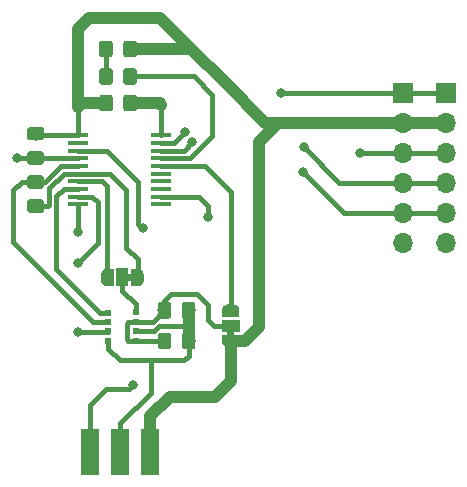
<source format=gtl>
G04 #@! TF.GenerationSoftware,KiCad,Pcbnew,(5.1.4)-1*
G04 #@! TF.CreationDate,2019-11-25T22:35:38+01:00*
G04 #@! TF.ProjectId,BME680,424d4536-3830-42e6-9b69-6361645f7063,A*
G04 #@! TF.SameCoordinates,Original*
G04 #@! TF.FileFunction,Copper,L1,Top*
G04 #@! TF.FilePolarity,Positive*
%FSLAX46Y46*%
G04 Gerber Fmt 4.6, Leading zero omitted, Abs format (unit mm)*
G04 Created by KiCad (PCBNEW (5.1.4)-1) date 2019-11-25 22:35:38*
%MOMM*%
%LPD*%
G04 APERTURE LIST*
%ADD10C,0.100000*%
%ADD11O,1.700000X1.700000*%
%ADD12R,1.700000X1.700000*%
%ADD13C,1.150000*%
%ADD14C,0.500000*%
%ADD15R,1.000000X1.500000*%
%ADD16R,1.524000X4.000000*%
%ADD17R,1.800000X0.450000*%
%ADD18R,1.500000X1.000000*%
%ADD19R,0.500000X0.500000*%
%ADD20C,0.800000*%
%ADD21C,0.400000*%
%ADD22C,1.000000*%
G04 APERTURE END LIST*
D10*
G36*
X123590000Y-124708000D02*
G01*
X123090000Y-124708000D01*
X123090000Y-124108000D01*
X123590000Y-124108000D01*
X123590000Y-124708000D01*
G37*
G36*
X131550000Y-129390400D02*
G01*
X131550000Y-128890400D01*
X132150000Y-128890400D01*
X132150000Y-129390400D01*
X131550000Y-129390400D01*
G37*
D11*
X146480000Y-121488000D03*
X146480000Y-118948000D03*
X146480000Y-116408000D03*
X146480000Y-113868000D03*
X146480000Y-111328000D03*
D12*
X146480000Y-108788000D03*
D11*
X150100000Y-121469600D03*
X150100000Y-118929600D03*
X150100000Y-116389600D03*
X150100000Y-113849600D03*
X150100000Y-111309600D03*
D12*
X150100000Y-108769600D03*
D10*
G36*
X115814505Y-117794204D02*
G01*
X115838773Y-117797804D01*
X115862572Y-117803765D01*
X115885671Y-117812030D01*
X115907850Y-117822520D01*
X115928893Y-117835132D01*
X115948599Y-117849747D01*
X115966777Y-117866223D01*
X115983253Y-117884401D01*
X115997868Y-117904107D01*
X116010480Y-117925150D01*
X116020970Y-117947329D01*
X116029235Y-117970428D01*
X116035196Y-117994227D01*
X116038796Y-118018495D01*
X116040000Y-118042999D01*
X116040000Y-118693001D01*
X116038796Y-118717505D01*
X116035196Y-118741773D01*
X116029235Y-118765572D01*
X116020970Y-118788671D01*
X116010480Y-118810850D01*
X115997868Y-118831893D01*
X115983253Y-118851599D01*
X115966777Y-118869777D01*
X115948599Y-118886253D01*
X115928893Y-118900868D01*
X115907850Y-118913480D01*
X115885671Y-118923970D01*
X115862572Y-118932235D01*
X115838773Y-118938196D01*
X115814505Y-118941796D01*
X115790001Y-118943000D01*
X114889999Y-118943000D01*
X114865495Y-118941796D01*
X114841227Y-118938196D01*
X114817428Y-118932235D01*
X114794329Y-118923970D01*
X114772150Y-118913480D01*
X114751107Y-118900868D01*
X114731401Y-118886253D01*
X114713223Y-118869777D01*
X114696747Y-118851599D01*
X114682132Y-118831893D01*
X114669520Y-118810850D01*
X114659030Y-118788671D01*
X114650765Y-118765572D01*
X114644804Y-118741773D01*
X114641204Y-118717505D01*
X114640000Y-118693001D01*
X114640000Y-118042999D01*
X114641204Y-118018495D01*
X114644804Y-117994227D01*
X114650765Y-117970428D01*
X114659030Y-117947329D01*
X114669520Y-117925150D01*
X114682132Y-117904107D01*
X114696747Y-117884401D01*
X114713223Y-117866223D01*
X114731401Y-117849747D01*
X114751107Y-117835132D01*
X114772150Y-117822520D01*
X114794329Y-117812030D01*
X114817428Y-117803765D01*
X114841227Y-117797804D01*
X114865495Y-117794204D01*
X114889999Y-117793000D01*
X115790001Y-117793000D01*
X115814505Y-117794204D01*
X115814505Y-117794204D01*
G37*
D13*
X115340000Y-118368000D03*
D10*
G36*
X115814505Y-115744204D02*
G01*
X115838773Y-115747804D01*
X115862572Y-115753765D01*
X115885671Y-115762030D01*
X115907850Y-115772520D01*
X115928893Y-115785132D01*
X115948599Y-115799747D01*
X115966777Y-115816223D01*
X115983253Y-115834401D01*
X115997868Y-115854107D01*
X116010480Y-115875150D01*
X116020970Y-115897329D01*
X116029235Y-115920428D01*
X116035196Y-115944227D01*
X116038796Y-115968495D01*
X116040000Y-115992999D01*
X116040000Y-116643001D01*
X116038796Y-116667505D01*
X116035196Y-116691773D01*
X116029235Y-116715572D01*
X116020970Y-116738671D01*
X116010480Y-116760850D01*
X115997868Y-116781893D01*
X115983253Y-116801599D01*
X115966777Y-116819777D01*
X115948599Y-116836253D01*
X115928893Y-116850868D01*
X115907850Y-116863480D01*
X115885671Y-116873970D01*
X115862572Y-116882235D01*
X115838773Y-116888196D01*
X115814505Y-116891796D01*
X115790001Y-116893000D01*
X114889999Y-116893000D01*
X114865495Y-116891796D01*
X114841227Y-116888196D01*
X114817428Y-116882235D01*
X114794329Y-116873970D01*
X114772150Y-116863480D01*
X114751107Y-116850868D01*
X114731401Y-116836253D01*
X114713223Y-116819777D01*
X114696747Y-116801599D01*
X114682132Y-116781893D01*
X114669520Y-116760850D01*
X114659030Y-116738671D01*
X114650765Y-116715572D01*
X114644804Y-116691773D01*
X114641204Y-116667505D01*
X114640000Y-116643001D01*
X114640000Y-115992999D01*
X114641204Y-115968495D01*
X114644804Y-115944227D01*
X114650765Y-115920428D01*
X114659030Y-115897329D01*
X114669520Y-115875150D01*
X114682132Y-115854107D01*
X114696747Y-115834401D01*
X114713223Y-115816223D01*
X114731401Y-115799747D01*
X114751107Y-115785132D01*
X114772150Y-115772520D01*
X114794329Y-115762030D01*
X114817428Y-115753765D01*
X114841227Y-115747804D01*
X114865495Y-115744204D01*
X114889999Y-115743000D01*
X115790001Y-115743000D01*
X115814505Y-115744204D01*
X115814505Y-115744204D01*
G37*
D13*
X115340000Y-116318000D03*
D14*
X123990000Y-124408000D03*
D10*
G36*
X123440000Y-123658000D02*
G01*
X123990000Y-123658000D01*
X123990000Y-123658602D01*
X124014534Y-123658602D01*
X124063365Y-123663412D01*
X124111490Y-123672984D01*
X124158445Y-123687228D01*
X124203778Y-123706005D01*
X124247051Y-123729136D01*
X124287850Y-123756396D01*
X124325779Y-123787524D01*
X124360476Y-123822221D01*
X124391604Y-123860150D01*
X124418864Y-123900949D01*
X124441995Y-123944222D01*
X124460772Y-123989555D01*
X124475016Y-124036510D01*
X124484588Y-124084635D01*
X124489398Y-124133466D01*
X124489398Y-124158000D01*
X124490000Y-124158000D01*
X124490000Y-124658000D01*
X124489398Y-124658000D01*
X124489398Y-124682534D01*
X124484588Y-124731365D01*
X124475016Y-124779490D01*
X124460772Y-124826445D01*
X124441995Y-124871778D01*
X124418864Y-124915051D01*
X124391604Y-124955850D01*
X124360476Y-124993779D01*
X124325779Y-125028476D01*
X124287850Y-125059604D01*
X124247051Y-125086864D01*
X124203778Y-125109995D01*
X124158445Y-125128772D01*
X124111490Y-125143016D01*
X124063365Y-125152588D01*
X124014534Y-125157398D01*
X123990000Y-125157398D01*
X123990000Y-125158000D01*
X123440000Y-125158000D01*
X123440000Y-123658000D01*
X123440000Y-123658000D01*
G37*
D15*
X122690000Y-124408000D03*
D14*
X121390000Y-124408000D03*
D10*
G36*
X121390000Y-125157398D02*
G01*
X121365466Y-125157398D01*
X121316635Y-125152588D01*
X121268510Y-125143016D01*
X121221555Y-125128772D01*
X121176222Y-125109995D01*
X121132949Y-125086864D01*
X121092150Y-125059604D01*
X121054221Y-125028476D01*
X121019524Y-124993779D01*
X120988396Y-124955850D01*
X120961136Y-124915051D01*
X120938005Y-124871778D01*
X120919228Y-124826445D01*
X120904984Y-124779490D01*
X120895412Y-124731365D01*
X120890602Y-124682534D01*
X120890602Y-124658000D01*
X120890000Y-124658000D01*
X120890000Y-124158000D01*
X120890602Y-124158000D01*
X120890602Y-124133466D01*
X120895412Y-124084635D01*
X120904984Y-124036510D01*
X120919228Y-123989555D01*
X120938005Y-123944222D01*
X120961136Y-123900949D01*
X120988396Y-123860150D01*
X121019524Y-123822221D01*
X121054221Y-123787524D01*
X121092150Y-123756396D01*
X121132949Y-123729136D01*
X121176222Y-123706005D01*
X121221555Y-123687228D01*
X121268510Y-123672984D01*
X121316635Y-123663412D01*
X121365466Y-123658602D01*
X121390000Y-123658602D01*
X121390000Y-123658000D01*
X121940000Y-123658000D01*
X121940000Y-125158000D01*
X121390000Y-125158000D01*
X121390000Y-125157398D01*
X121390000Y-125157398D01*
G37*
G36*
X123694505Y-104359204D02*
G01*
X123718773Y-104362804D01*
X123742572Y-104368765D01*
X123765671Y-104377030D01*
X123787850Y-104387520D01*
X123808893Y-104400132D01*
X123828599Y-104414747D01*
X123846777Y-104431223D01*
X123863253Y-104449401D01*
X123877868Y-104469107D01*
X123890480Y-104490150D01*
X123900970Y-104512329D01*
X123909235Y-104535428D01*
X123915196Y-104559227D01*
X123918796Y-104583495D01*
X123920000Y-104607999D01*
X123920000Y-105508001D01*
X123918796Y-105532505D01*
X123915196Y-105556773D01*
X123909235Y-105580572D01*
X123900970Y-105603671D01*
X123890480Y-105625850D01*
X123877868Y-105646893D01*
X123863253Y-105666599D01*
X123846777Y-105684777D01*
X123828599Y-105701253D01*
X123808893Y-105715868D01*
X123787850Y-105728480D01*
X123765671Y-105738970D01*
X123742572Y-105747235D01*
X123718773Y-105753196D01*
X123694505Y-105756796D01*
X123670001Y-105758000D01*
X123019999Y-105758000D01*
X122995495Y-105756796D01*
X122971227Y-105753196D01*
X122947428Y-105747235D01*
X122924329Y-105738970D01*
X122902150Y-105728480D01*
X122881107Y-105715868D01*
X122861401Y-105701253D01*
X122843223Y-105684777D01*
X122826747Y-105666599D01*
X122812132Y-105646893D01*
X122799520Y-105625850D01*
X122789030Y-105603671D01*
X122780765Y-105580572D01*
X122774804Y-105556773D01*
X122771204Y-105532505D01*
X122770000Y-105508001D01*
X122770000Y-104607999D01*
X122771204Y-104583495D01*
X122774804Y-104559227D01*
X122780765Y-104535428D01*
X122789030Y-104512329D01*
X122799520Y-104490150D01*
X122812132Y-104469107D01*
X122826747Y-104449401D01*
X122843223Y-104431223D01*
X122861401Y-104414747D01*
X122881107Y-104400132D01*
X122902150Y-104387520D01*
X122924329Y-104377030D01*
X122947428Y-104368765D01*
X122971227Y-104362804D01*
X122995495Y-104359204D01*
X123019999Y-104358000D01*
X123670001Y-104358000D01*
X123694505Y-104359204D01*
X123694505Y-104359204D01*
G37*
D13*
X123345000Y-105058000D03*
D10*
G36*
X121644505Y-104359204D02*
G01*
X121668773Y-104362804D01*
X121692572Y-104368765D01*
X121715671Y-104377030D01*
X121737850Y-104387520D01*
X121758893Y-104400132D01*
X121778599Y-104414747D01*
X121796777Y-104431223D01*
X121813253Y-104449401D01*
X121827868Y-104469107D01*
X121840480Y-104490150D01*
X121850970Y-104512329D01*
X121859235Y-104535428D01*
X121865196Y-104559227D01*
X121868796Y-104583495D01*
X121870000Y-104607999D01*
X121870000Y-105508001D01*
X121868796Y-105532505D01*
X121865196Y-105556773D01*
X121859235Y-105580572D01*
X121850970Y-105603671D01*
X121840480Y-105625850D01*
X121827868Y-105646893D01*
X121813253Y-105666599D01*
X121796777Y-105684777D01*
X121778599Y-105701253D01*
X121758893Y-105715868D01*
X121737850Y-105728480D01*
X121715671Y-105738970D01*
X121692572Y-105747235D01*
X121668773Y-105753196D01*
X121644505Y-105756796D01*
X121620001Y-105758000D01*
X120969999Y-105758000D01*
X120945495Y-105756796D01*
X120921227Y-105753196D01*
X120897428Y-105747235D01*
X120874329Y-105738970D01*
X120852150Y-105728480D01*
X120831107Y-105715868D01*
X120811401Y-105701253D01*
X120793223Y-105684777D01*
X120776747Y-105666599D01*
X120762132Y-105646893D01*
X120749520Y-105625850D01*
X120739030Y-105603671D01*
X120730765Y-105580572D01*
X120724804Y-105556773D01*
X120721204Y-105532505D01*
X120720000Y-105508001D01*
X120720000Y-104607999D01*
X120721204Y-104583495D01*
X120724804Y-104559227D01*
X120730765Y-104535428D01*
X120739030Y-104512329D01*
X120749520Y-104490150D01*
X120762132Y-104469107D01*
X120776747Y-104449401D01*
X120793223Y-104431223D01*
X120811401Y-104414747D01*
X120831107Y-104400132D01*
X120852150Y-104387520D01*
X120874329Y-104377030D01*
X120897428Y-104368765D01*
X120921227Y-104362804D01*
X120945495Y-104359204D01*
X120969999Y-104358000D01*
X121620001Y-104358000D01*
X121644505Y-104359204D01*
X121644505Y-104359204D01*
G37*
D13*
X121295000Y-105058000D03*
D16*
X119960000Y-139168000D03*
X122500000Y-139168000D03*
X125040000Y-139168000D03*
D10*
G36*
X121649505Y-108936804D02*
G01*
X121673773Y-108940404D01*
X121697572Y-108946365D01*
X121720671Y-108954630D01*
X121742850Y-108965120D01*
X121763893Y-108977732D01*
X121783599Y-108992347D01*
X121801777Y-109008823D01*
X121818253Y-109027001D01*
X121832868Y-109046707D01*
X121845480Y-109067750D01*
X121855970Y-109089929D01*
X121864235Y-109113028D01*
X121870196Y-109136827D01*
X121873796Y-109161095D01*
X121875000Y-109185599D01*
X121875000Y-110085601D01*
X121873796Y-110110105D01*
X121870196Y-110134373D01*
X121864235Y-110158172D01*
X121855970Y-110181271D01*
X121845480Y-110203450D01*
X121832868Y-110224493D01*
X121818253Y-110244199D01*
X121801777Y-110262377D01*
X121783599Y-110278853D01*
X121763893Y-110293468D01*
X121742850Y-110306080D01*
X121720671Y-110316570D01*
X121697572Y-110324835D01*
X121673773Y-110330796D01*
X121649505Y-110334396D01*
X121625001Y-110335600D01*
X120974999Y-110335600D01*
X120950495Y-110334396D01*
X120926227Y-110330796D01*
X120902428Y-110324835D01*
X120879329Y-110316570D01*
X120857150Y-110306080D01*
X120836107Y-110293468D01*
X120816401Y-110278853D01*
X120798223Y-110262377D01*
X120781747Y-110244199D01*
X120767132Y-110224493D01*
X120754520Y-110203450D01*
X120744030Y-110181271D01*
X120735765Y-110158172D01*
X120729804Y-110134373D01*
X120726204Y-110110105D01*
X120725000Y-110085601D01*
X120725000Y-109185599D01*
X120726204Y-109161095D01*
X120729804Y-109136827D01*
X120735765Y-109113028D01*
X120744030Y-109089929D01*
X120754520Y-109067750D01*
X120767132Y-109046707D01*
X120781747Y-109027001D01*
X120798223Y-109008823D01*
X120816401Y-108992347D01*
X120836107Y-108977732D01*
X120857150Y-108965120D01*
X120879329Y-108954630D01*
X120902428Y-108946365D01*
X120926227Y-108940404D01*
X120950495Y-108936804D01*
X120974999Y-108935600D01*
X121625001Y-108935600D01*
X121649505Y-108936804D01*
X121649505Y-108936804D01*
G37*
D13*
X121300000Y-109635600D03*
D10*
G36*
X123699505Y-108936804D02*
G01*
X123723773Y-108940404D01*
X123747572Y-108946365D01*
X123770671Y-108954630D01*
X123792850Y-108965120D01*
X123813893Y-108977732D01*
X123833599Y-108992347D01*
X123851777Y-109008823D01*
X123868253Y-109027001D01*
X123882868Y-109046707D01*
X123895480Y-109067750D01*
X123905970Y-109089929D01*
X123914235Y-109113028D01*
X123920196Y-109136827D01*
X123923796Y-109161095D01*
X123925000Y-109185599D01*
X123925000Y-110085601D01*
X123923796Y-110110105D01*
X123920196Y-110134373D01*
X123914235Y-110158172D01*
X123905970Y-110181271D01*
X123895480Y-110203450D01*
X123882868Y-110224493D01*
X123868253Y-110244199D01*
X123851777Y-110262377D01*
X123833599Y-110278853D01*
X123813893Y-110293468D01*
X123792850Y-110306080D01*
X123770671Y-110316570D01*
X123747572Y-110324835D01*
X123723773Y-110330796D01*
X123699505Y-110334396D01*
X123675001Y-110335600D01*
X123024999Y-110335600D01*
X123000495Y-110334396D01*
X122976227Y-110330796D01*
X122952428Y-110324835D01*
X122929329Y-110316570D01*
X122907150Y-110306080D01*
X122886107Y-110293468D01*
X122866401Y-110278853D01*
X122848223Y-110262377D01*
X122831747Y-110244199D01*
X122817132Y-110224493D01*
X122804520Y-110203450D01*
X122794030Y-110181271D01*
X122785765Y-110158172D01*
X122779804Y-110134373D01*
X122776204Y-110110105D01*
X122775000Y-110085601D01*
X122775000Y-109185599D01*
X122776204Y-109161095D01*
X122779804Y-109136827D01*
X122785765Y-109113028D01*
X122794030Y-109089929D01*
X122804520Y-109067750D01*
X122817132Y-109046707D01*
X122831747Y-109027001D01*
X122848223Y-109008823D01*
X122866401Y-108992347D01*
X122886107Y-108977732D01*
X122907150Y-108965120D01*
X122929329Y-108954630D01*
X122952428Y-108946365D01*
X122976227Y-108940404D01*
X123000495Y-108936804D01*
X123024999Y-108935600D01*
X123675001Y-108935600D01*
X123699505Y-108936804D01*
X123699505Y-108936804D01*
G37*
D13*
X123350000Y-109635600D03*
D10*
G36*
X126599505Y-129091604D02*
G01*
X126623773Y-129095204D01*
X126647572Y-129101165D01*
X126670671Y-129109430D01*
X126692850Y-129119920D01*
X126713893Y-129132532D01*
X126733599Y-129147147D01*
X126751777Y-129163623D01*
X126768253Y-129181801D01*
X126782868Y-129201507D01*
X126795480Y-129222550D01*
X126805970Y-129244729D01*
X126814235Y-129267828D01*
X126820196Y-129291627D01*
X126823796Y-129315895D01*
X126825000Y-129340399D01*
X126825000Y-130240401D01*
X126823796Y-130264905D01*
X126820196Y-130289173D01*
X126814235Y-130312972D01*
X126805970Y-130336071D01*
X126795480Y-130358250D01*
X126782868Y-130379293D01*
X126768253Y-130398999D01*
X126751777Y-130417177D01*
X126733599Y-130433653D01*
X126713893Y-130448268D01*
X126692850Y-130460880D01*
X126670671Y-130471370D01*
X126647572Y-130479635D01*
X126623773Y-130485596D01*
X126599505Y-130489196D01*
X126575001Y-130490400D01*
X125924999Y-130490400D01*
X125900495Y-130489196D01*
X125876227Y-130485596D01*
X125852428Y-130479635D01*
X125829329Y-130471370D01*
X125807150Y-130460880D01*
X125786107Y-130448268D01*
X125766401Y-130433653D01*
X125748223Y-130417177D01*
X125731747Y-130398999D01*
X125717132Y-130379293D01*
X125704520Y-130358250D01*
X125694030Y-130336071D01*
X125685765Y-130312972D01*
X125679804Y-130289173D01*
X125676204Y-130264905D01*
X125675000Y-130240401D01*
X125675000Y-129340399D01*
X125676204Y-129315895D01*
X125679804Y-129291627D01*
X125685765Y-129267828D01*
X125694030Y-129244729D01*
X125704520Y-129222550D01*
X125717132Y-129201507D01*
X125731747Y-129181801D01*
X125748223Y-129163623D01*
X125766401Y-129147147D01*
X125786107Y-129132532D01*
X125807150Y-129119920D01*
X125829329Y-129109430D01*
X125852428Y-129101165D01*
X125876227Y-129095204D01*
X125900495Y-129091604D01*
X125924999Y-129090400D01*
X126575001Y-129090400D01*
X126599505Y-129091604D01*
X126599505Y-129091604D01*
G37*
D13*
X126250000Y-129790400D03*
D10*
G36*
X128649505Y-129091604D02*
G01*
X128673773Y-129095204D01*
X128697572Y-129101165D01*
X128720671Y-129109430D01*
X128742850Y-129119920D01*
X128763893Y-129132532D01*
X128783599Y-129147147D01*
X128801777Y-129163623D01*
X128818253Y-129181801D01*
X128832868Y-129201507D01*
X128845480Y-129222550D01*
X128855970Y-129244729D01*
X128864235Y-129267828D01*
X128870196Y-129291627D01*
X128873796Y-129315895D01*
X128875000Y-129340399D01*
X128875000Y-130240401D01*
X128873796Y-130264905D01*
X128870196Y-130289173D01*
X128864235Y-130312972D01*
X128855970Y-130336071D01*
X128845480Y-130358250D01*
X128832868Y-130379293D01*
X128818253Y-130398999D01*
X128801777Y-130417177D01*
X128783599Y-130433653D01*
X128763893Y-130448268D01*
X128742850Y-130460880D01*
X128720671Y-130471370D01*
X128697572Y-130479635D01*
X128673773Y-130485596D01*
X128649505Y-130489196D01*
X128625001Y-130490400D01*
X127974999Y-130490400D01*
X127950495Y-130489196D01*
X127926227Y-130485596D01*
X127902428Y-130479635D01*
X127879329Y-130471370D01*
X127857150Y-130460880D01*
X127836107Y-130448268D01*
X127816401Y-130433653D01*
X127798223Y-130417177D01*
X127781747Y-130398999D01*
X127767132Y-130379293D01*
X127754520Y-130358250D01*
X127744030Y-130336071D01*
X127735765Y-130312972D01*
X127729804Y-130289173D01*
X127726204Y-130264905D01*
X127725000Y-130240401D01*
X127725000Y-129340399D01*
X127726204Y-129315895D01*
X127729804Y-129291627D01*
X127735765Y-129267828D01*
X127744030Y-129244729D01*
X127754520Y-129222550D01*
X127767132Y-129201507D01*
X127781747Y-129181801D01*
X127798223Y-129163623D01*
X127816401Y-129147147D01*
X127836107Y-129132532D01*
X127857150Y-129119920D01*
X127879329Y-129109430D01*
X127902428Y-129101165D01*
X127926227Y-129095204D01*
X127950495Y-129091604D01*
X127974999Y-129090400D01*
X128625001Y-129090400D01*
X128649505Y-129091604D01*
X128649505Y-129091604D01*
G37*
D13*
X128300000Y-129790400D03*
D10*
G36*
X128649505Y-126493604D02*
G01*
X128673773Y-126497204D01*
X128697572Y-126503165D01*
X128720671Y-126511430D01*
X128742850Y-126521920D01*
X128763893Y-126534532D01*
X128783599Y-126549147D01*
X128801777Y-126565623D01*
X128818253Y-126583801D01*
X128832868Y-126603507D01*
X128845480Y-126624550D01*
X128855970Y-126646729D01*
X128864235Y-126669828D01*
X128870196Y-126693627D01*
X128873796Y-126717895D01*
X128875000Y-126742399D01*
X128875000Y-127642401D01*
X128873796Y-127666905D01*
X128870196Y-127691173D01*
X128864235Y-127714972D01*
X128855970Y-127738071D01*
X128845480Y-127760250D01*
X128832868Y-127781293D01*
X128818253Y-127800999D01*
X128801777Y-127819177D01*
X128783599Y-127835653D01*
X128763893Y-127850268D01*
X128742850Y-127862880D01*
X128720671Y-127873370D01*
X128697572Y-127881635D01*
X128673773Y-127887596D01*
X128649505Y-127891196D01*
X128625001Y-127892400D01*
X127974999Y-127892400D01*
X127950495Y-127891196D01*
X127926227Y-127887596D01*
X127902428Y-127881635D01*
X127879329Y-127873370D01*
X127857150Y-127862880D01*
X127836107Y-127850268D01*
X127816401Y-127835653D01*
X127798223Y-127819177D01*
X127781747Y-127800999D01*
X127767132Y-127781293D01*
X127754520Y-127760250D01*
X127744030Y-127738071D01*
X127735765Y-127714972D01*
X127729804Y-127691173D01*
X127726204Y-127666905D01*
X127725000Y-127642401D01*
X127725000Y-126742399D01*
X127726204Y-126717895D01*
X127729804Y-126693627D01*
X127735765Y-126669828D01*
X127744030Y-126646729D01*
X127754520Y-126624550D01*
X127767132Y-126603507D01*
X127781747Y-126583801D01*
X127798223Y-126565623D01*
X127816401Y-126549147D01*
X127836107Y-126534532D01*
X127857150Y-126521920D01*
X127879329Y-126511430D01*
X127902428Y-126503165D01*
X127926227Y-126497204D01*
X127950495Y-126493604D01*
X127974999Y-126492400D01*
X128625001Y-126492400D01*
X128649505Y-126493604D01*
X128649505Y-126493604D01*
G37*
D13*
X128300000Y-127192400D03*
D10*
G36*
X126599505Y-126493604D02*
G01*
X126623773Y-126497204D01*
X126647572Y-126503165D01*
X126670671Y-126511430D01*
X126692850Y-126521920D01*
X126713893Y-126534532D01*
X126733599Y-126549147D01*
X126751777Y-126565623D01*
X126768253Y-126583801D01*
X126782868Y-126603507D01*
X126795480Y-126624550D01*
X126805970Y-126646729D01*
X126814235Y-126669828D01*
X126820196Y-126693627D01*
X126823796Y-126717895D01*
X126825000Y-126742399D01*
X126825000Y-127642401D01*
X126823796Y-127666905D01*
X126820196Y-127691173D01*
X126814235Y-127714972D01*
X126805970Y-127738071D01*
X126795480Y-127760250D01*
X126782868Y-127781293D01*
X126768253Y-127800999D01*
X126751777Y-127819177D01*
X126733599Y-127835653D01*
X126713893Y-127850268D01*
X126692850Y-127862880D01*
X126670671Y-127873370D01*
X126647572Y-127881635D01*
X126623773Y-127887596D01*
X126599505Y-127891196D01*
X126575001Y-127892400D01*
X125924999Y-127892400D01*
X125900495Y-127891196D01*
X125876227Y-127887596D01*
X125852428Y-127881635D01*
X125829329Y-127873370D01*
X125807150Y-127862880D01*
X125786107Y-127850268D01*
X125766401Y-127835653D01*
X125748223Y-127819177D01*
X125731747Y-127800999D01*
X125717132Y-127781293D01*
X125704520Y-127760250D01*
X125694030Y-127738071D01*
X125685765Y-127714972D01*
X125679804Y-127691173D01*
X125676204Y-127666905D01*
X125675000Y-127642401D01*
X125675000Y-126742399D01*
X125676204Y-126717895D01*
X125679804Y-126693627D01*
X125685765Y-126669828D01*
X125694030Y-126646729D01*
X125704520Y-126624550D01*
X125717132Y-126603507D01*
X125731747Y-126583801D01*
X125748223Y-126565623D01*
X125766401Y-126549147D01*
X125786107Y-126534532D01*
X125807150Y-126521920D01*
X125829329Y-126511430D01*
X125852428Y-126503165D01*
X125876227Y-126497204D01*
X125900495Y-126493604D01*
X125924999Y-126492400D01*
X126575001Y-126492400D01*
X126599505Y-126493604D01*
X126599505Y-126493604D01*
G37*
D13*
X126250000Y-127192400D03*
D17*
X118900000Y-112362000D03*
X118900000Y-113012000D03*
X118900000Y-113662000D03*
X118900000Y-114312000D03*
X118900000Y-114962000D03*
X118900000Y-115612000D03*
X118900000Y-116262000D03*
X118900000Y-116912000D03*
X118900000Y-117562000D03*
X118900000Y-118212000D03*
X126000000Y-118212000D03*
X126000000Y-117562000D03*
X126000000Y-116912000D03*
X126000000Y-116262000D03*
X126000000Y-115612000D03*
X126000000Y-114962000D03*
X126000000Y-114312000D03*
X126000000Y-113662000D03*
X126000000Y-113012000D03*
X126000000Y-112362000D03*
D14*
X131850000Y-127190400D03*
D10*
G36*
X131100602Y-127190400D02*
G01*
X131100602Y-127165866D01*
X131105412Y-127117035D01*
X131114984Y-127068910D01*
X131129228Y-127021955D01*
X131148005Y-126976622D01*
X131171136Y-126933349D01*
X131198396Y-126892550D01*
X131229524Y-126854621D01*
X131264221Y-126819924D01*
X131302150Y-126788796D01*
X131342949Y-126761536D01*
X131386222Y-126738405D01*
X131431555Y-126719628D01*
X131478510Y-126705384D01*
X131526635Y-126695812D01*
X131575466Y-126691002D01*
X131600000Y-126691002D01*
X131600000Y-126690400D01*
X132100000Y-126690400D01*
X132100000Y-126691002D01*
X132124534Y-126691002D01*
X132173365Y-126695812D01*
X132221490Y-126705384D01*
X132268445Y-126719628D01*
X132313778Y-126738405D01*
X132357051Y-126761536D01*
X132397850Y-126788796D01*
X132435779Y-126819924D01*
X132470476Y-126854621D01*
X132501604Y-126892550D01*
X132528864Y-126933349D01*
X132551995Y-126976622D01*
X132570772Y-127021955D01*
X132585016Y-127068910D01*
X132594588Y-127117035D01*
X132599398Y-127165866D01*
X132599398Y-127190400D01*
X132600000Y-127190400D01*
X132600000Y-127740400D01*
X131100000Y-127740400D01*
X131100000Y-127190400D01*
X131100602Y-127190400D01*
X131100602Y-127190400D01*
G37*
D18*
X131850000Y-128490400D03*
D14*
X131850000Y-129790400D03*
D10*
G36*
X132600000Y-129240400D02*
G01*
X132600000Y-129790400D01*
X132599398Y-129790400D01*
X132599398Y-129814934D01*
X132594588Y-129863765D01*
X132585016Y-129911890D01*
X132570772Y-129958845D01*
X132551995Y-130004178D01*
X132528864Y-130047451D01*
X132501604Y-130088250D01*
X132470476Y-130126179D01*
X132435779Y-130160876D01*
X132397850Y-130192004D01*
X132357051Y-130219264D01*
X132313778Y-130242395D01*
X132268445Y-130261172D01*
X132221490Y-130275416D01*
X132173365Y-130284988D01*
X132124534Y-130289798D01*
X132100000Y-130289798D01*
X132100000Y-130290400D01*
X131600000Y-130290400D01*
X131600000Y-130289798D01*
X131575466Y-130289798D01*
X131526635Y-130284988D01*
X131478510Y-130275416D01*
X131431555Y-130261172D01*
X131386222Y-130242395D01*
X131342949Y-130219264D01*
X131302150Y-130192004D01*
X131264221Y-130160876D01*
X131229524Y-130126179D01*
X131198396Y-130088250D01*
X131171136Y-130047451D01*
X131148005Y-130004178D01*
X131129228Y-129958845D01*
X131114984Y-129911890D01*
X131105412Y-129863765D01*
X131100602Y-129814934D01*
X131100602Y-129790400D01*
X131100000Y-129790400D01*
X131100000Y-129240400D01*
X132600000Y-129240400D01*
X132600000Y-129240400D01*
G37*
G36*
X115814505Y-111659804D02*
G01*
X115838773Y-111663404D01*
X115862572Y-111669365D01*
X115885671Y-111677630D01*
X115907850Y-111688120D01*
X115928893Y-111700732D01*
X115948599Y-111715347D01*
X115966777Y-111731823D01*
X115983253Y-111750001D01*
X115997868Y-111769707D01*
X116010480Y-111790750D01*
X116020970Y-111812929D01*
X116029235Y-111836028D01*
X116035196Y-111859827D01*
X116038796Y-111884095D01*
X116040000Y-111908599D01*
X116040000Y-112558601D01*
X116038796Y-112583105D01*
X116035196Y-112607373D01*
X116029235Y-112631172D01*
X116020970Y-112654271D01*
X116010480Y-112676450D01*
X115997868Y-112697493D01*
X115983253Y-112717199D01*
X115966777Y-112735377D01*
X115948599Y-112751853D01*
X115928893Y-112766468D01*
X115907850Y-112779080D01*
X115885671Y-112789570D01*
X115862572Y-112797835D01*
X115838773Y-112803796D01*
X115814505Y-112807396D01*
X115790001Y-112808600D01*
X114889999Y-112808600D01*
X114865495Y-112807396D01*
X114841227Y-112803796D01*
X114817428Y-112797835D01*
X114794329Y-112789570D01*
X114772150Y-112779080D01*
X114751107Y-112766468D01*
X114731401Y-112751853D01*
X114713223Y-112735377D01*
X114696747Y-112717199D01*
X114682132Y-112697493D01*
X114669520Y-112676450D01*
X114659030Y-112654271D01*
X114650765Y-112631172D01*
X114644804Y-112607373D01*
X114641204Y-112583105D01*
X114640000Y-112558601D01*
X114640000Y-111908599D01*
X114641204Y-111884095D01*
X114644804Y-111859827D01*
X114650765Y-111836028D01*
X114659030Y-111812929D01*
X114669520Y-111790750D01*
X114682132Y-111769707D01*
X114696747Y-111750001D01*
X114713223Y-111731823D01*
X114731401Y-111715347D01*
X114751107Y-111700732D01*
X114772150Y-111688120D01*
X114794329Y-111677630D01*
X114817428Y-111669365D01*
X114841227Y-111663404D01*
X114865495Y-111659804D01*
X114889999Y-111658600D01*
X115790001Y-111658600D01*
X115814505Y-111659804D01*
X115814505Y-111659804D01*
G37*
D13*
X115340000Y-112233600D03*
D10*
G36*
X115814505Y-113709804D02*
G01*
X115838773Y-113713404D01*
X115862572Y-113719365D01*
X115885671Y-113727630D01*
X115907850Y-113738120D01*
X115928893Y-113750732D01*
X115948599Y-113765347D01*
X115966777Y-113781823D01*
X115983253Y-113800001D01*
X115997868Y-113819707D01*
X116010480Y-113840750D01*
X116020970Y-113862929D01*
X116029235Y-113886028D01*
X116035196Y-113909827D01*
X116038796Y-113934095D01*
X116040000Y-113958599D01*
X116040000Y-114608601D01*
X116038796Y-114633105D01*
X116035196Y-114657373D01*
X116029235Y-114681172D01*
X116020970Y-114704271D01*
X116010480Y-114726450D01*
X115997868Y-114747493D01*
X115983253Y-114767199D01*
X115966777Y-114785377D01*
X115948599Y-114801853D01*
X115928893Y-114816468D01*
X115907850Y-114829080D01*
X115885671Y-114839570D01*
X115862572Y-114847835D01*
X115838773Y-114853796D01*
X115814505Y-114857396D01*
X115790001Y-114858600D01*
X114889999Y-114858600D01*
X114865495Y-114857396D01*
X114841227Y-114853796D01*
X114817428Y-114847835D01*
X114794329Y-114839570D01*
X114772150Y-114829080D01*
X114751107Y-114816468D01*
X114731401Y-114801853D01*
X114713223Y-114785377D01*
X114696747Y-114767199D01*
X114682132Y-114747493D01*
X114669520Y-114726450D01*
X114659030Y-114704271D01*
X114650765Y-114681172D01*
X114644804Y-114657373D01*
X114641204Y-114633105D01*
X114640000Y-114608601D01*
X114640000Y-113958599D01*
X114641204Y-113934095D01*
X114644804Y-113909827D01*
X114650765Y-113886028D01*
X114659030Y-113862929D01*
X114669520Y-113840750D01*
X114682132Y-113819707D01*
X114696747Y-113800001D01*
X114713223Y-113781823D01*
X114731401Y-113765347D01*
X114751107Y-113750732D01*
X114772150Y-113738120D01*
X114794329Y-113727630D01*
X114817428Y-113719365D01*
X114841227Y-113713404D01*
X114865495Y-113709804D01*
X114889999Y-113708600D01*
X115790001Y-113708600D01*
X115814505Y-113709804D01*
X115814505Y-113709804D01*
G37*
D13*
X115340000Y-114283600D03*
D10*
G36*
X121649505Y-106685204D02*
G01*
X121673773Y-106688804D01*
X121697572Y-106694765D01*
X121720671Y-106703030D01*
X121742850Y-106713520D01*
X121763893Y-106726132D01*
X121783599Y-106740747D01*
X121801777Y-106757223D01*
X121818253Y-106775401D01*
X121832868Y-106795107D01*
X121845480Y-106816150D01*
X121855970Y-106838329D01*
X121864235Y-106861428D01*
X121870196Y-106885227D01*
X121873796Y-106909495D01*
X121875000Y-106933999D01*
X121875000Y-107834001D01*
X121873796Y-107858505D01*
X121870196Y-107882773D01*
X121864235Y-107906572D01*
X121855970Y-107929671D01*
X121845480Y-107951850D01*
X121832868Y-107972893D01*
X121818253Y-107992599D01*
X121801777Y-108010777D01*
X121783599Y-108027253D01*
X121763893Y-108041868D01*
X121742850Y-108054480D01*
X121720671Y-108064970D01*
X121697572Y-108073235D01*
X121673773Y-108079196D01*
X121649505Y-108082796D01*
X121625001Y-108084000D01*
X120974999Y-108084000D01*
X120950495Y-108082796D01*
X120926227Y-108079196D01*
X120902428Y-108073235D01*
X120879329Y-108064970D01*
X120857150Y-108054480D01*
X120836107Y-108041868D01*
X120816401Y-108027253D01*
X120798223Y-108010777D01*
X120781747Y-107992599D01*
X120767132Y-107972893D01*
X120754520Y-107951850D01*
X120744030Y-107929671D01*
X120735765Y-107906572D01*
X120729804Y-107882773D01*
X120726204Y-107858505D01*
X120725000Y-107834001D01*
X120725000Y-106933999D01*
X120726204Y-106909495D01*
X120729804Y-106885227D01*
X120735765Y-106861428D01*
X120744030Y-106838329D01*
X120754520Y-106816150D01*
X120767132Y-106795107D01*
X120781747Y-106775401D01*
X120798223Y-106757223D01*
X120816401Y-106740747D01*
X120836107Y-106726132D01*
X120857150Y-106713520D01*
X120879329Y-106703030D01*
X120902428Y-106694765D01*
X120926227Y-106688804D01*
X120950495Y-106685204D01*
X120974999Y-106684000D01*
X121625001Y-106684000D01*
X121649505Y-106685204D01*
X121649505Y-106685204D01*
G37*
D13*
X121300000Y-107384000D03*
D10*
G36*
X123699505Y-106685204D02*
G01*
X123723773Y-106688804D01*
X123747572Y-106694765D01*
X123770671Y-106703030D01*
X123792850Y-106713520D01*
X123813893Y-106726132D01*
X123833599Y-106740747D01*
X123851777Y-106757223D01*
X123868253Y-106775401D01*
X123882868Y-106795107D01*
X123895480Y-106816150D01*
X123905970Y-106838329D01*
X123914235Y-106861428D01*
X123920196Y-106885227D01*
X123923796Y-106909495D01*
X123925000Y-106933999D01*
X123925000Y-107834001D01*
X123923796Y-107858505D01*
X123920196Y-107882773D01*
X123914235Y-107906572D01*
X123905970Y-107929671D01*
X123895480Y-107951850D01*
X123882868Y-107972893D01*
X123868253Y-107992599D01*
X123851777Y-108010777D01*
X123833599Y-108027253D01*
X123813893Y-108041868D01*
X123792850Y-108054480D01*
X123770671Y-108064970D01*
X123747572Y-108073235D01*
X123723773Y-108079196D01*
X123699505Y-108082796D01*
X123675001Y-108084000D01*
X123024999Y-108084000D01*
X123000495Y-108082796D01*
X122976227Y-108079196D01*
X122952428Y-108073235D01*
X122929329Y-108064970D01*
X122907150Y-108054480D01*
X122886107Y-108041868D01*
X122866401Y-108027253D01*
X122848223Y-108010777D01*
X122831747Y-107992599D01*
X122817132Y-107972893D01*
X122804520Y-107951850D01*
X122794030Y-107929671D01*
X122785765Y-107906572D01*
X122779804Y-107882773D01*
X122776204Y-107858505D01*
X122775000Y-107834001D01*
X122775000Y-106933999D01*
X122776204Y-106909495D01*
X122779804Y-106885227D01*
X122785765Y-106861428D01*
X122794030Y-106838329D01*
X122804520Y-106816150D01*
X122817132Y-106795107D01*
X122831747Y-106775401D01*
X122848223Y-106757223D01*
X122866401Y-106740747D01*
X122886107Y-106726132D01*
X122907150Y-106713520D01*
X122929329Y-106703030D01*
X122952428Y-106694765D01*
X122976227Y-106688804D01*
X123000495Y-106685204D01*
X123024999Y-106684000D01*
X123675001Y-106684000D01*
X123699505Y-106685204D01*
X123699505Y-106685204D01*
G37*
D13*
X123350000Y-107384000D03*
D19*
X121450000Y-129778000D03*
X121450000Y-128978000D03*
X121450000Y-128178000D03*
X121450000Y-127378000D03*
X123850000Y-127358000D03*
X123850000Y-128178000D03*
X123850000Y-128978000D03*
X123850000Y-129778000D03*
D20*
X128300000Y-128528000D03*
X124873200Y-109635600D03*
X142770000Y-113838000D03*
X113800000Y-114312000D03*
X136141600Y-108769600D03*
X118950000Y-123148000D03*
X118950000Y-128988000D03*
X128600000Y-112926400D03*
X138000000Y-115498000D03*
X128000000Y-112060400D03*
X138050000Y-113368000D03*
X123610000Y-133488000D03*
X124430000Y-120248000D03*
X118910000Y-120548000D03*
X129960000Y-119308000D03*
D21*
X115528400Y-112362000D02*
X115400000Y-112233600D01*
X118900000Y-112362000D02*
X118900000Y-109935600D01*
D22*
X119200000Y-109635600D02*
X121300000Y-109635600D01*
X118900000Y-109935600D02*
X119200000Y-109635600D01*
X128540000Y-105058000D02*
X123345000Y-105058000D01*
X134791600Y-111309600D02*
X131345000Y-107863000D01*
X131345000Y-107863000D02*
X128540000Y-105058000D01*
X149800000Y-111309600D02*
X135888400Y-111309600D01*
X135888400Y-111309600D02*
X134791600Y-111309600D01*
X128540000Y-105058000D02*
X128530000Y-105058000D01*
X128530000Y-105058000D02*
X125880000Y-102408000D01*
X125880000Y-102408000D02*
X119900000Y-102408000D01*
X118900000Y-103408000D02*
X118900000Y-109935600D01*
X119900000Y-102408000D02*
X118900000Y-103408000D01*
D21*
X131850000Y-130390400D02*
X131830000Y-130410400D01*
X131850000Y-129790400D02*
X131850000Y-130390400D01*
D22*
X131850000Y-133168000D02*
X131850000Y-129790400D01*
X130510000Y-134508000D02*
X131850000Y-133168000D01*
X126700000Y-134508000D02*
X130510000Y-134508000D01*
X125040000Y-139168000D02*
X125040000Y-136168000D01*
X125040000Y-136168000D02*
X126700000Y-134508000D01*
D21*
X115468400Y-112362000D02*
X115340000Y-112233600D01*
X118900000Y-112362000D02*
X115468400Y-112362000D01*
D22*
X133060002Y-129790400D02*
X134250000Y-128600402D01*
X131850000Y-129790400D02*
X133060002Y-129790400D01*
X134250000Y-112948000D02*
X135888400Y-111309600D01*
X134250000Y-128600402D02*
X134250000Y-112948000D01*
X125800000Y-109635600D02*
X124873200Y-109635600D01*
D21*
X126000000Y-112362000D02*
X126000000Y-109835600D01*
D22*
X126000000Y-109835600D02*
X125800000Y-109635600D01*
X125800000Y-109635600D02*
X125853600Y-109635600D01*
D21*
X125818144Y-128528000D02*
X128300000Y-128528000D01*
X125368144Y-128978000D02*
X125818144Y-128528000D01*
X123850000Y-128978000D02*
X125368144Y-128978000D01*
D22*
X128300000Y-129790400D02*
X128300000Y-128528000D01*
X128300000Y-128528000D02*
X128300000Y-128528000D01*
X128300000Y-128528000D02*
X128300000Y-127192400D01*
X124873200Y-109635600D02*
X123350000Y-109635600D01*
X122500000Y-139168000D02*
X122500000Y-137685998D01*
D21*
X121450000Y-130428000D02*
X122460000Y-131438000D01*
X121450000Y-129778000D02*
X121450000Y-130428000D01*
X128300000Y-131018000D02*
X128300000Y-129790400D01*
X127880000Y-131438000D02*
X128300000Y-131018000D01*
X122460000Y-131438000D02*
X125070000Y-131438000D01*
X125070000Y-131438000D02*
X127880000Y-131438000D01*
X125070000Y-134198000D02*
X125070000Y-131438000D01*
X122500000Y-136768000D02*
X125070000Y-134198000D01*
X122500000Y-139168000D02*
X122500000Y-136768000D01*
X150100000Y-113849600D02*
X142781600Y-113849600D01*
X142781600Y-113849600D02*
X142770000Y-113838000D01*
X125264400Y-128178000D02*
X126250000Y-127192400D01*
X123850000Y-128178000D02*
X125264400Y-128178000D01*
X123200000Y-128178000D02*
X123050000Y-128328000D01*
X123850000Y-128178000D02*
X123200000Y-128178000D01*
X123200000Y-129778000D02*
X123850000Y-129778000D01*
X123050000Y-129628000D02*
X123200000Y-129778000D01*
X123050000Y-128328000D02*
X123050000Y-129628000D01*
X126237600Y-129778000D02*
X126250000Y-129790400D01*
X123850000Y-129778000D02*
X126237600Y-129778000D01*
X126250000Y-126392400D02*
X126835600Y-125806800D01*
X126250000Y-127192400D02*
X126250000Y-126392400D01*
X126835600Y-125806800D02*
X128984000Y-125806800D01*
X128984000Y-125806800D02*
X129950000Y-126772800D01*
X129950000Y-126772800D02*
X129950000Y-128004800D01*
X130435600Y-128490400D02*
X131850000Y-128490400D01*
X129950000Y-128004800D02*
X130435600Y-128490400D01*
X115400000Y-114283600D02*
X115428400Y-114312000D01*
X150100000Y-108769600D02*
X136141600Y-108769600D01*
X115368400Y-114312000D02*
X115340000Y-114283600D01*
X118900000Y-114312000D02*
X115368400Y-114312000D01*
X113828400Y-114283600D02*
X113800000Y-114312000D01*
X115340000Y-114283600D02*
X113828400Y-114283600D01*
X117600000Y-114962000D02*
X118900000Y-114962000D01*
X117496000Y-114962000D02*
X117600000Y-114962000D01*
X116140000Y-116318000D02*
X117496000Y-114962000D01*
X115340000Y-116318000D02*
X116140000Y-116318000D01*
X121450000Y-128178000D02*
X120200000Y-128178000D01*
X120200000Y-128178000D02*
X113470000Y-121448000D01*
X113470000Y-121448000D02*
X113470000Y-117028000D01*
X114180000Y-116318000D02*
X115340000Y-116318000D01*
X113470000Y-117028000D02*
X114180000Y-116318000D01*
X116350000Y-118368000D02*
X115340000Y-118368000D01*
X117740256Y-115612000D02*
X116480000Y-116872256D01*
X118900000Y-115612000D02*
X117740256Y-115612000D01*
X116480000Y-116872256D02*
X116480000Y-117228000D01*
X116480000Y-117228000D02*
X116479990Y-117228010D01*
X116479990Y-117228010D02*
X116479990Y-118238010D01*
X116479990Y-118238010D02*
X116350000Y-118368000D01*
X123990000Y-122868000D02*
X123990000Y-124408000D01*
X123030000Y-121908000D02*
X123990000Y-122868000D01*
X120200000Y-115612000D02*
X120226000Y-115638000D01*
X118900000Y-115612000D02*
X120200000Y-115612000D01*
X120226000Y-115638000D02*
X121640000Y-115638000D01*
X123030000Y-117028000D02*
X123030000Y-118458000D01*
X121640000Y-115638000D02*
X123030000Y-117028000D01*
X123030000Y-118243458D02*
X123030000Y-118458000D01*
X123030000Y-118458000D02*
X123030000Y-121908000D01*
X117704998Y-116912000D02*
X118900000Y-116912000D01*
X117080000Y-117536998D02*
X117704998Y-116912000D01*
X117080000Y-123658000D02*
X117080000Y-117536998D01*
X120800000Y-127378000D02*
X117080000Y-123658000D01*
X121450000Y-127378000D02*
X120800000Y-127378000D01*
X120095002Y-117562000D02*
X120590000Y-118056998D01*
X118900000Y-117562000D02*
X120095002Y-117562000D01*
X120590000Y-118056998D02*
X120590000Y-121508000D01*
X120590000Y-121508000D02*
X118950000Y-123148000D01*
X121440000Y-128988000D02*
X121450000Y-128978000D01*
X118950000Y-128988000D02*
X121440000Y-128988000D01*
X131850000Y-123195200D02*
X131850000Y-127190400D01*
X126000000Y-114962000D02*
X129644000Y-114962000D01*
X131850000Y-117168000D02*
X131850000Y-123195200D01*
X129644000Y-114962000D02*
X131850000Y-117168000D01*
X126000000Y-114312000D02*
X128394800Y-114312000D01*
X128394800Y-114312000D02*
X130300000Y-112406800D01*
X123350000Y-107384000D02*
X128741200Y-107384000D01*
X130300000Y-108942800D02*
X130300000Y-112406800D01*
X128741200Y-107384000D02*
X130300000Y-108942800D01*
X126000000Y-113662000D02*
X127610800Y-113662000D01*
X127610800Y-113662000D02*
X127864400Y-113662000D01*
X127864400Y-113662000D02*
X128600000Y-112926400D01*
X150100000Y-118929600D02*
X141431600Y-118929600D01*
X141431600Y-118929600D02*
X138000000Y-115498000D01*
X126000000Y-113012000D02*
X127048400Y-113012000D01*
X127048400Y-113012000D02*
X128000000Y-112060400D01*
X150100000Y-116389600D02*
X141071600Y-116389600D01*
X141071600Y-116389600D02*
X138050000Y-113368000D01*
X123210001Y-133887999D02*
X121280001Y-133887999D01*
X123610000Y-133488000D02*
X123210001Y-133887999D01*
X119960000Y-135208000D02*
X119960000Y-139168000D01*
X121280001Y-133887999D02*
X119960000Y-135208000D01*
X121384000Y-113662000D02*
X118900000Y-113662000D01*
X124030001Y-116308001D02*
X121384000Y-113662000D01*
X124030001Y-119848001D02*
X124030001Y-116308001D01*
X124430000Y-120248000D02*
X124030001Y-119848001D01*
X118900000Y-118212000D02*
X118900000Y-120538000D01*
X118900000Y-120538000D02*
X118910000Y-120548000D01*
X128059200Y-117562000D02*
X126000000Y-117562000D01*
X129960000Y-119308000D02*
X129960000Y-118348000D01*
X129174000Y-117562000D02*
X128059200Y-117562000D01*
X129960000Y-118348000D02*
X129174000Y-117562000D01*
X121295000Y-107379000D02*
X121300000Y-107384000D01*
X121295000Y-105058000D02*
X121295000Y-107379000D01*
X121390000Y-117452000D02*
X121390000Y-124408000D01*
X118900000Y-116262000D02*
X120954000Y-116262000D01*
X121390000Y-116698000D02*
X121390000Y-117452000D01*
X120954000Y-116262000D02*
X121390000Y-116698000D01*
X122690000Y-125558000D02*
X123820000Y-126688000D01*
X122690000Y-124408000D02*
X122690000Y-125558000D01*
X123850000Y-126708000D02*
X123850000Y-127358000D01*
X123830000Y-126688000D02*
X123850000Y-126708000D01*
X123820000Y-126688000D02*
X123830000Y-126688000D01*
M02*

</source>
